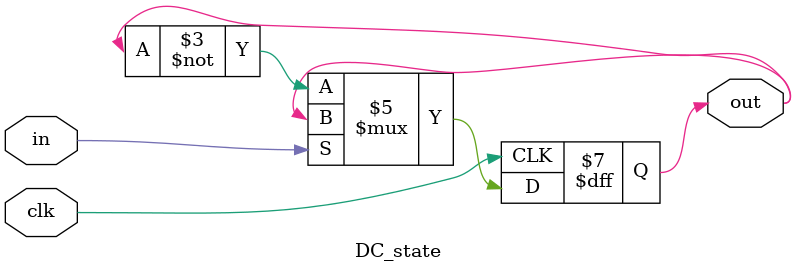
<source format=v>
module DC_state(clk,in,out);
	input clk,in;
	output out;
	reg out;
  
  always @(posedge clk)
    begin 
			if(in==0)
			  out=~out;
			else 
			  out=out;
		end
endmodule

</source>
